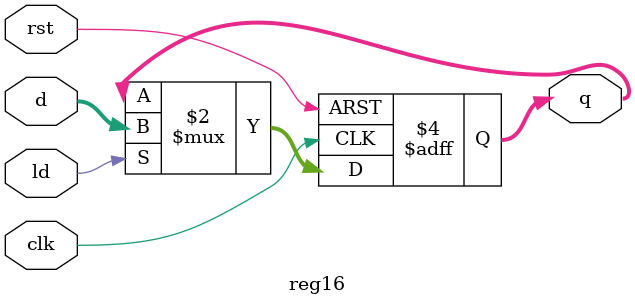
<source format=v>

module reg16(
    input clk,       // Clock input
    input rst,       // Reset input
    input ld,        // Load signal
    input [15:0] d,  // 16-bit input data
    output reg [15:0] q // 16-bit output data
);

    always @(posedge clk or posedge rst) begin
        if (rst) begin
            q <= 16'b0; // Reset the register to 0
        end else if (ld) begin
            q <= d; // Load the input data into the register
        end
    end

endmodule
</source>
